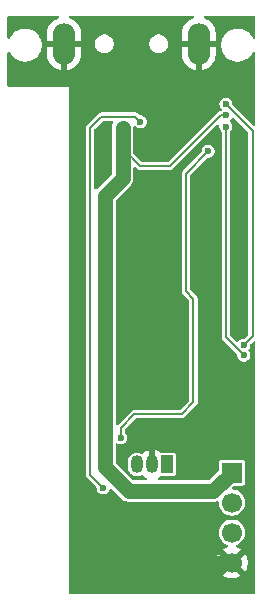
<source format=gbr>
%TF.GenerationSoftware,KiCad,Pcbnew,9.0.7*%
%TF.CreationDate,2026-01-14T01:24:10+01:00*%
%TF.ProjectId,pixel-led,70697865-6c2d-46c6-9564-2e6b69636164,1.2*%
%TF.SameCoordinates,Original*%
%TF.FileFunction,Copper,L2,Bot*%
%TF.FilePolarity,Positive*%
%FSLAX46Y46*%
G04 Gerber Fmt 4.6, Leading zero omitted, Abs format (unit mm)*
G04 Created by KiCad (PCBNEW 9.0.7) date 2026-01-14 01:24:10*
%MOMM*%
%LPD*%
G01*
G04 APERTURE LIST*
%TA.AperFunction,ComponentPad*%
%ADD10R,1.700000X1.700000*%
%TD*%
%TA.AperFunction,ComponentPad*%
%ADD11C,1.700000*%
%TD*%
%TA.AperFunction,ComponentPad*%
%ADD12R,1.050000X1.500000*%
%TD*%
%TA.AperFunction,ComponentPad*%
%ADD13O,1.050000X1.500000*%
%TD*%
%TA.AperFunction,HeatsinkPad*%
%ADD14O,1.900000X3.500000*%
%TD*%
%TA.AperFunction,ViaPad*%
%ADD15C,0.600000*%
%TD*%
%TA.AperFunction,Conductor*%
%ADD16C,0.200000*%
%TD*%
%TA.AperFunction,Conductor*%
%ADD17C,1.300000*%
%TD*%
G04 APERTURE END LIST*
D10*
%TO.P,J1,1,Pin_1*%
%TO.N,VCC_5V*%
X108500000Y-79190000D03*
D11*
%TO.P,J1,2,Pin_2*%
%TO.N,DAT*%
X108500000Y-81730000D03*
%TO.P,J1,3,Pin_3*%
%TO.N,CLK*%
X108500000Y-84270000D03*
%TO.P,J1,4,Pin_4*%
%TO.N,GND*%
X108500000Y-86810000D03*
%TD*%
D12*
%TO.P,U2,1,OUT*%
%TO.N,IR*%
X103020000Y-78500000D03*
D13*
%TO.P,U2,2,GND*%
%TO.N,GND*%
X101750000Y-78500000D03*
%TO.P,U2,3,Vs*%
%TO.N,VCC_3.3V*%
X100480000Y-78500000D03*
%TD*%
D14*
%TO.P,J2,5,Shield*%
%TO.N,GND*%
X94300000Y-42900000D03*
X105700000Y-42900000D03*
%TD*%
D15*
%TO.N,0*%
X106496000Y-52000000D03*
X99100000Y-76250000D03*
%TO.N,GND*%
X100000000Y-43500000D03*
X107250000Y-64500000D03*
X109500000Y-76250000D03*
X109500000Y-62250000D03*
X99250000Y-69500000D03*
X95500000Y-48500000D03*
X90250000Y-45500000D03*
X98000000Y-51000000D03*
X103250000Y-85750000D03*
X102250000Y-59250000D03*
X99250000Y-73250000D03*
X108750000Y-57250000D03*
X97750000Y-53500000D03*
X101750000Y-47750000D03*
X99250000Y-78500000D03*
X109500000Y-46750000D03*
X100500000Y-51500000D03*
X103750000Y-49000000D03*
X104000000Y-55000000D03*
X100000000Y-55500000D03*
X106250000Y-67250000D03*
X92000000Y-45500000D03*
X109500000Y-50500000D03*
X96500000Y-41500000D03*
X106750000Y-59250000D03*
X103500000Y-73000000D03*
X106750000Y-74250000D03*
X105250000Y-83000000D03*
X103500000Y-41500000D03*
X97000000Y-85500000D03*
X103500000Y-65750000D03*
X106750000Y-55250000D03*
X99500000Y-63750000D03*
X107750000Y-70750000D03*
X98101468Y-82105575D03*
X101500000Y-64000000D03*
%TO.N,VCC_5V*%
X108000000Y-48950000D03*
X99250000Y-50000000D03*
X99250000Y-51500000D03*
X99250000Y-50750000D03*
X99250000Y-52250000D03*
X97750000Y-55750000D03*
%TO.N,VCC_3.3V*%
X100750000Y-49500000D03*
X97612500Y-80500000D03*
%TO.N,D+*%
X109500000Y-68400000D03*
X108000000Y-48000000D03*
%TO.N,D-*%
X109500000Y-69250000D03*
X108000000Y-49900000D03*
%TD*%
D16*
%TO.N,0*%
X106496000Y-52000000D02*
X104606943Y-53889057D01*
X104606943Y-53889057D02*
X104606943Y-63856943D01*
X104606943Y-63856943D02*
X105250000Y-64500000D01*
X100250000Y-74250000D02*
X99100000Y-75400000D01*
X104250000Y-74250000D02*
X100250000Y-74250000D01*
X99100000Y-75400000D02*
X99100000Y-76250000D01*
X105250000Y-64500000D02*
X105250000Y-73250000D01*
X105250000Y-73250000D02*
X104250000Y-74250000D01*
%TO.N,GND*%
X101750000Y-79000000D02*
X101750000Y-78500000D01*
D17*
X100000000Y-43500000D02*
X99998976Y-43501024D01*
X99998976Y-43501024D02*
X99151000Y-43501024D01*
X95500000Y-46750000D02*
X95500000Y-48500000D01*
X99151000Y-43501024D02*
X98301024Y-44351000D01*
X100810000Y-86810000D02*
X108500000Y-86810000D01*
X97899000Y-44351000D02*
X95500000Y-46750000D01*
X95500000Y-81500000D02*
X100810000Y-86810000D01*
X95500000Y-48500000D02*
X95500000Y-81500000D01*
X98301024Y-44351000D02*
X97899000Y-44351000D01*
D16*
%TO.N,VCC_5V*%
X99250000Y-50000000D02*
X99250000Y-51750000D01*
D17*
X99250000Y-54250000D02*
X97750000Y-55750000D01*
D16*
X103250000Y-53250000D02*
X107550000Y-48950000D01*
X99250000Y-51750000D02*
X100750000Y-53250000D01*
D17*
X97750000Y-55750000D02*
X97750000Y-78750000D01*
X97750000Y-78750000D02*
X99750000Y-80750000D01*
X106940000Y-80750000D02*
X108500000Y-79190000D01*
D16*
X100750000Y-53250000D02*
X103250000Y-53250000D01*
X107550000Y-48950000D02*
X108000000Y-48950000D01*
D17*
X99750000Y-80750000D02*
X106940000Y-80750000D01*
X99250000Y-50000000D02*
X99250000Y-54250000D01*
D16*
%TO.N,VCC_3.3V*%
X97451000Y-49049000D02*
X96500000Y-50000000D01*
X100299000Y-49049000D02*
X97451000Y-49049000D01*
X96500000Y-79387500D02*
X97612500Y-80500000D01*
X100750000Y-49500000D02*
X100299000Y-49049000D01*
X96500000Y-50000000D02*
X96500000Y-79387500D01*
%TO.N,D+*%
X110250000Y-50250000D02*
X110250000Y-67650000D01*
X110250000Y-67650000D02*
X109500000Y-68400000D01*
X108000000Y-48000000D02*
X110250000Y-50250000D01*
%TO.N,D-*%
X108000000Y-67750000D02*
X108000000Y-49900000D01*
X109500000Y-69250000D02*
X108000000Y-67750000D01*
%TO.N,DAT*%
X108500000Y-81492000D02*
X108500000Y-81730000D01*
%TD*%
%TA.AperFunction,Conductor*%
%TO.N,GND*%
G36*
X93814587Y-40520185D02*
G01*
X93860342Y-40572989D01*
X93870286Y-40642147D01*
X93841261Y-40705703D01*
X93785866Y-40742431D01*
X93743395Y-40756230D01*
X93540033Y-40859849D01*
X93355385Y-40994004D01*
X93194004Y-41155385D01*
X93059849Y-41340033D01*
X92956230Y-41543395D01*
X92885704Y-41760455D01*
X92850000Y-41985883D01*
X92850000Y-42650000D01*
X93850000Y-42650000D01*
X93850000Y-43150000D01*
X92850000Y-43150000D01*
X92850000Y-43814116D01*
X92885704Y-44039544D01*
X92956230Y-44256604D01*
X93059849Y-44459966D01*
X93194004Y-44644614D01*
X93355385Y-44805995D01*
X93540033Y-44940150D01*
X93743395Y-45043769D01*
X93960455Y-45114295D01*
X94050000Y-45128478D01*
X94050000Y-44075277D01*
X94126306Y-44119333D01*
X94240756Y-44150000D01*
X94359244Y-44150000D01*
X94473694Y-44119333D01*
X94550000Y-44075277D01*
X94550000Y-45128477D01*
X94639544Y-45114295D01*
X94856604Y-45043769D01*
X95059966Y-44940150D01*
X95244614Y-44805995D01*
X95405995Y-44644614D01*
X95540150Y-44459966D01*
X95643769Y-44256604D01*
X95714295Y-44039544D01*
X95750000Y-43814116D01*
X95750000Y-43150000D01*
X94750000Y-43150000D01*
X94750000Y-42821153D01*
X96899500Y-42821153D01*
X96899500Y-42978846D01*
X96930261Y-43133489D01*
X96930264Y-43133501D01*
X96990602Y-43279172D01*
X96990609Y-43279185D01*
X97078210Y-43410288D01*
X97078213Y-43410292D01*
X97189707Y-43521786D01*
X97189711Y-43521789D01*
X97320814Y-43609390D01*
X97320827Y-43609397D01*
X97466498Y-43669735D01*
X97466503Y-43669737D01*
X97621153Y-43700499D01*
X97621156Y-43700500D01*
X97621158Y-43700500D01*
X97778844Y-43700500D01*
X97778845Y-43700499D01*
X97933497Y-43669737D01*
X98079179Y-43609394D01*
X98210289Y-43521789D01*
X98321789Y-43410289D01*
X98409394Y-43279179D01*
X98469737Y-43133497D01*
X98500500Y-42978842D01*
X98500500Y-42821158D01*
X98500500Y-42821155D01*
X98500499Y-42821153D01*
X101499500Y-42821153D01*
X101499500Y-42978846D01*
X101530261Y-43133489D01*
X101530264Y-43133501D01*
X101590602Y-43279172D01*
X101590609Y-43279185D01*
X101678210Y-43410288D01*
X101678213Y-43410292D01*
X101789707Y-43521786D01*
X101789711Y-43521789D01*
X101920814Y-43609390D01*
X101920827Y-43609397D01*
X102066498Y-43669735D01*
X102066503Y-43669737D01*
X102221153Y-43700499D01*
X102221156Y-43700500D01*
X102221158Y-43700500D01*
X102378844Y-43700500D01*
X102378845Y-43700499D01*
X102533497Y-43669737D01*
X102679179Y-43609394D01*
X102810289Y-43521789D01*
X102921789Y-43410289D01*
X103009394Y-43279179D01*
X103069737Y-43133497D01*
X103085883Y-43052326D01*
X103100500Y-42978844D01*
X103100500Y-42821155D01*
X103100499Y-42821153D01*
X103072810Y-42681954D01*
X103069737Y-42666503D01*
X103043244Y-42602542D01*
X103009397Y-42520827D01*
X103009390Y-42520814D01*
X102921789Y-42389711D01*
X102921786Y-42389707D01*
X102810292Y-42278213D01*
X102810288Y-42278210D01*
X102679185Y-42190609D01*
X102679172Y-42190602D01*
X102533501Y-42130264D01*
X102533489Y-42130261D01*
X102378845Y-42099500D01*
X102378842Y-42099500D01*
X102221158Y-42099500D01*
X102221155Y-42099500D01*
X102066510Y-42130261D01*
X102066498Y-42130264D01*
X101920827Y-42190602D01*
X101920814Y-42190609D01*
X101789711Y-42278210D01*
X101789707Y-42278213D01*
X101678213Y-42389707D01*
X101678210Y-42389711D01*
X101590609Y-42520814D01*
X101590602Y-42520827D01*
X101530264Y-42666498D01*
X101530261Y-42666510D01*
X101499500Y-42821153D01*
X98500499Y-42821153D01*
X98472810Y-42681954D01*
X98469737Y-42666503D01*
X98443244Y-42602542D01*
X98409397Y-42520827D01*
X98409390Y-42520814D01*
X98321789Y-42389711D01*
X98321786Y-42389707D01*
X98210292Y-42278213D01*
X98210288Y-42278210D01*
X98079185Y-42190609D01*
X98079172Y-42190602D01*
X97933501Y-42130264D01*
X97933489Y-42130261D01*
X97778845Y-42099500D01*
X97778842Y-42099500D01*
X97621158Y-42099500D01*
X97621155Y-42099500D01*
X97466510Y-42130261D01*
X97466498Y-42130264D01*
X97320827Y-42190602D01*
X97320814Y-42190609D01*
X97189711Y-42278210D01*
X97189707Y-42278213D01*
X97078213Y-42389707D01*
X97078210Y-42389711D01*
X96990609Y-42520814D01*
X96990602Y-42520827D01*
X96930264Y-42666498D01*
X96930261Y-42666510D01*
X96899500Y-42821153D01*
X94750000Y-42821153D01*
X94750000Y-42650000D01*
X95750000Y-42650000D01*
X95750000Y-41985883D01*
X95714295Y-41760455D01*
X95643769Y-41543395D01*
X95540150Y-41340033D01*
X95405995Y-41155385D01*
X95244614Y-40994004D01*
X95059966Y-40859849D01*
X94856604Y-40756230D01*
X94814134Y-40742431D01*
X94756458Y-40702994D01*
X94729260Y-40638635D01*
X94741175Y-40569789D01*
X94788419Y-40518313D01*
X94852452Y-40500500D01*
X105147548Y-40500500D01*
X105214587Y-40520185D01*
X105260342Y-40572989D01*
X105270286Y-40642147D01*
X105241261Y-40705703D01*
X105185866Y-40742431D01*
X105143395Y-40756230D01*
X104940033Y-40859849D01*
X104755385Y-40994004D01*
X104594004Y-41155385D01*
X104459849Y-41340033D01*
X104356230Y-41543395D01*
X104285704Y-41760455D01*
X104250000Y-41985883D01*
X104250000Y-42650000D01*
X105250000Y-42650000D01*
X105250000Y-43150000D01*
X104250000Y-43150000D01*
X104250000Y-43814116D01*
X104285704Y-44039544D01*
X104356230Y-44256604D01*
X104459849Y-44459966D01*
X104594004Y-44644614D01*
X104755385Y-44805995D01*
X104940033Y-44940150D01*
X105143395Y-45043769D01*
X105360455Y-45114295D01*
X105450000Y-45128478D01*
X105450000Y-44075277D01*
X105526306Y-44119333D01*
X105640756Y-44150000D01*
X105759244Y-44150000D01*
X105873694Y-44119333D01*
X105950000Y-44075277D01*
X105950000Y-45128477D01*
X106039544Y-45114295D01*
X106256604Y-45043769D01*
X106459966Y-44940150D01*
X106644614Y-44805995D01*
X106805995Y-44644614D01*
X106940150Y-44459966D01*
X107043769Y-44256604D01*
X107114295Y-44039544D01*
X107150000Y-43814116D01*
X107150000Y-43150000D01*
X106150000Y-43150000D01*
X106150000Y-42650000D01*
X107150000Y-42650000D01*
X107150000Y-41985883D01*
X107114295Y-41760455D01*
X107043769Y-41543395D01*
X106940150Y-41340033D01*
X106805995Y-41155385D01*
X106644614Y-40994004D01*
X106459966Y-40859849D01*
X106256604Y-40756230D01*
X106214134Y-40742431D01*
X106156458Y-40702994D01*
X106129260Y-40638635D01*
X106141175Y-40569789D01*
X106188419Y-40518313D01*
X106252452Y-40500500D01*
X110375500Y-40500500D01*
X110442539Y-40520185D01*
X110488294Y-40572989D01*
X110499500Y-40624500D01*
X110499500Y-42338512D01*
X110479815Y-42405551D01*
X110427011Y-42451306D01*
X110357853Y-42461250D01*
X110294297Y-42432225D01*
X110265016Y-42394808D01*
X110199001Y-42265249D01*
X110069305Y-42086737D01*
X110069301Y-42086732D01*
X109913267Y-41930698D01*
X109913262Y-41930694D01*
X109734752Y-41801000D01*
X109734751Y-41800999D01*
X109734749Y-41800998D01*
X109614858Y-41739910D01*
X109538135Y-41700817D01*
X109328277Y-41632631D01*
X109110336Y-41598112D01*
X109110331Y-41598112D01*
X108889669Y-41598112D01*
X108889664Y-41598112D01*
X108671722Y-41632631D01*
X108461864Y-41700817D01*
X108265247Y-41801000D01*
X108086737Y-41930694D01*
X108086732Y-41930698D01*
X107930698Y-42086732D01*
X107930694Y-42086737D01*
X107801000Y-42265247D01*
X107700817Y-42461864D01*
X107632631Y-42671722D01*
X107598112Y-42889663D01*
X107598112Y-43110336D01*
X107632631Y-43328277D01*
X107700817Y-43538135D01*
X107739908Y-43614854D01*
X107767871Y-43669735D01*
X107801000Y-43734752D01*
X107930694Y-43913262D01*
X107930698Y-43913267D01*
X108086732Y-44069301D01*
X108086737Y-44069305D01*
X108197805Y-44150000D01*
X108265251Y-44199002D01*
X108378301Y-44256604D01*
X108461864Y-44299182D01*
X108566793Y-44333275D01*
X108671724Y-44367369D01*
X108772664Y-44383356D01*
X108889664Y-44401888D01*
X108889669Y-44401888D01*
X109110336Y-44401888D01*
X109215991Y-44385153D01*
X109328276Y-44367369D01*
X109538138Y-44299181D01*
X109734749Y-44199002D01*
X109913269Y-44069300D01*
X110069300Y-43913269D01*
X110199002Y-43734749D01*
X110265015Y-43605191D01*
X110312990Y-43554396D01*
X110380811Y-43537601D01*
X110446946Y-43560139D01*
X110490397Y-43614854D01*
X110499500Y-43661487D01*
X110499500Y-49704456D01*
X110479815Y-49771495D01*
X110427011Y-49817250D01*
X110357853Y-49827194D01*
X110294297Y-49798169D01*
X110287819Y-49792137D01*
X108586819Y-48091137D01*
X108553334Y-48029814D01*
X108550500Y-48003456D01*
X108550500Y-47927527D01*
X108550500Y-47927525D01*
X108512984Y-47787515D01*
X108440509Y-47661985D01*
X108338015Y-47559491D01*
X108338013Y-47559490D01*
X108338011Y-47559488D01*
X108212488Y-47487017D01*
X108212489Y-47487017D01*
X108201006Y-47483940D01*
X108072475Y-47449500D01*
X107927525Y-47449500D01*
X107798993Y-47483940D01*
X107787511Y-47487017D01*
X107661988Y-47559488D01*
X107661982Y-47559493D01*
X107559493Y-47661982D01*
X107559488Y-47661988D01*
X107487017Y-47787511D01*
X107487016Y-47787515D01*
X107449500Y-47927525D01*
X107449500Y-48072475D01*
X107454501Y-48091137D01*
X107487017Y-48212488D01*
X107559488Y-48338011D01*
X107559493Y-48338017D01*
X107608795Y-48387319D01*
X107613133Y-48395264D01*
X107620381Y-48400690D01*
X107629615Y-48425449D01*
X107642280Y-48448642D01*
X107641634Y-48457671D01*
X107644798Y-48466154D01*
X107639181Y-48491974D01*
X107637296Y-48518334D01*
X107631477Y-48527387D01*
X107629946Y-48534427D01*
X107608795Y-48562681D01*
X107608295Y-48563181D01*
X107546972Y-48596666D01*
X107520614Y-48599500D01*
X107503856Y-48599500D01*
X107414712Y-48623386D01*
X107414711Y-48623386D01*
X107414709Y-48623387D01*
X107414706Y-48623388D01*
X107334794Y-48669526D01*
X107334785Y-48669533D01*
X103141137Y-52863181D01*
X103079814Y-52896666D01*
X103053456Y-52899500D01*
X100946543Y-52899500D01*
X100879504Y-52879815D01*
X100858862Y-52863181D01*
X100186819Y-52191137D01*
X100153334Y-52129814D01*
X100150500Y-52103456D01*
X100150500Y-49978386D01*
X100170185Y-49911347D01*
X100222989Y-49865592D01*
X100292147Y-49855648D01*
X100355703Y-49884673D01*
X100362181Y-49890705D01*
X100411985Y-49940509D01*
X100411986Y-49940510D01*
X100411988Y-49940511D01*
X100537511Y-50012982D01*
X100537512Y-50012982D01*
X100537515Y-50012984D01*
X100677525Y-50050500D01*
X100677528Y-50050500D01*
X100822472Y-50050500D01*
X100822475Y-50050500D01*
X100962485Y-50012984D01*
X101088015Y-49940509D01*
X101190509Y-49838015D01*
X101262984Y-49712485D01*
X101300500Y-49572475D01*
X101300500Y-49427525D01*
X101262984Y-49287515D01*
X101208504Y-49193154D01*
X101190511Y-49161988D01*
X101190506Y-49161982D01*
X101088017Y-49059493D01*
X101088011Y-49059488D01*
X100962488Y-48987017D01*
X100962489Y-48987017D01*
X100951006Y-48983940D01*
X100822475Y-48949500D01*
X100822472Y-48949500D01*
X100746544Y-48949500D01*
X100679505Y-48929815D01*
X100658863Y-48913181D01*
X100514213Y-48768531D01*
X100514208Y-48768527D01*
X100434290Y-48722387D01*
X100434289Y-48722386D01*
X100434288Y-48722386D01*
X100345144Y-48698500D01*
X97404856Y-48698500D01*
X97315712Y-48722386D01*
X97315709Y-48722387D01*
X97235791Y-48768527D01*
X97235786Y-48768531D01*
X96219531Y-49784786D01*
X96219527Y-49784791D01*
X96181592Y-49850498D01*
X96181592Y-49850499D01*
X96173386Y-49864710D01*
X96149500Y-49953856D01*
X96149500Y-79433646D01*
X96159428Y-79470695D01*
X96159429Y-79470699D01*
X96173384Y-79522785D01*
X96173385Y-79522786D01*
X96219527Y-79602708D01*
X96219531Y-79602713D01*
X97025681Y-80408863D01*
X97059166Y-80470186D01*
X97062000Y-80496544D01*
X97062000Y-80572475D01*
X97099516Y-80712485D01*
X97099517Y-80712488D01*
X97171988Y-80838011D01*
X97171990Y-80838013D01*
X97171991Y-80838015D01*
X97274485Y-80940509D01*
X97274486Y-80940510D01*
X97274488Y-80940511D01*
X97400011Y-81012982D01*
X97400012Y-81012982D01*
X97400015Y-81012984D01*
X97540025Y-81050500D01*
X97540028Y-81050500D01*
X97684972Y-81050500D01*
X97684975Y-81050500D01*
X97824985Y-81012984D01*
X97950515Y-80940509D01*
X98053009Y-80838015D01*
X98125484Y-80712485D01*
X98136147Y-80672688D01*
X98172510Y-80613030D01*
X98235356Y-80582500D01*
X98304732Y-80590794D01*
X98343602Y-80617102D01*
X99175966Y-81449466D01*
X99210140Y-81472299D01*
X99235040Y-81488936D01*
X99323453Y-81548013D01*
X99405393Y-81581953D01*
X99411480Y-81584474D01*
X99411485Y-81584477D01*
X99443920Y-81597912D01*
X99487334Y-81615895D01*
X99625558Y-81643389D01*
X99661303Y-81650499D01*
X99661307Y-81650500D01*
X99661308Y-81650500D01*
X107028693Y-81650500D01*
X107028694Y-81650499D01*
X107202666Y-81615895D01*
X107228046Y-81605381D01*
X107297513Y-81597912D01*
X107359993Y-81629185D01*
X107395647Y-81689272D01*
X107399500Y-81719942D01*
X107399500Y-81816611D01*
X107426598Y-81987701D01*
X107480127Y-82152445D01*
X107558768Y-82306788D01*
X107660586Y-82446928D01*
X107783072Y-82569414D01*
X107923212Y-82671232D01*
X108077555Y-82749873D01*
X108242299Y-82803402D01*
X108413389Y-82830500D01*
X108413390Y-82830500D01*
X108586610Y-82830500D01*
X108586611Y-82830500D01*
X108757701Y-82803402D01*
X108922445Y-82749873D01*
X109076788Y-82671232D01*
X109216928Y-82569414D01*
X109339414Y-82446928D01*
X109441232Y-82306788D01*
X109519873Y-82152445D01*
X109573402Y-81987701D01*
X109600500Y-81816611D01*
X109600500Y-81643389D01*
X109573402Y-81472299D01*
X109519873Y-81307555D01*
X109441232Y-81153212D01*
X109339414Y-81013072D01*
X109216928Y-80890586D01*
X109076788Y-80788768D01*
X108922445Y-80710127D01*
X108757701Y-80656598D01*
X108757699Y-80656597D01*
X108757698Y-80656597D01*
X108608905Y-80633031D01*
X108597529Y-80627638D01*
X108584969Y-80626740D01*
X108566554Y-80612954D01*
X108545770Y-80603102D01*
X108539114Y-80592413D01*
X108529035Y-80584868D01*
X108520996Y-80563315D01*
X108508839Y-80543790D01*
X108509018Y-80531200D01*
X108504619Y-80519403D01*
X108509508Y-80496927D01*
X108509837Y-80473928D01*
X108517149Y-80461800D01*
X108519471Y-80451131D01*
X108540617Y-80422882D01*
X108636682Y-80326816D01*
X108698005Y-80293334D01*
X108724362Y-80290500D01*
X109374676Y-80290500D01*
X109374677Y-80290499D01*
X109447740Y-80275966D01*
X109530601Y-80220601D01*
X109585966Y-80137740D01*
X109600500Y-80064674D01*
X109600500Y-78315326D01*
X109600500Y-78315323D01*
X109600499Y-78315321D01*
X109585967Y-78242264D01*
X109585966Y-78242260D01*
X109556807Y-78198620D01*
X109530601Y-78159399D01*
X109447740Y-78104034D01*
X109447739Y-78104033D01*
X109447735Y-78104032D01*
X109374677Y-78089500D01*
X109374674Y-78089500D01*
X107625326Y-78089500D01*
X107625323Y-78089500D01*
X107552264Y-78104032D01*
X107552260Y-78104033D01*
X107469399Y-78159399D01*
X107414033Y-78242260D01*
X107414032Y-78242264D01*
X107399500Y-78315321D01*
X107399500Y-78965638D01*
X107379815Y-79032677D01*
X107363181Y-79053319D01*
X106603319Y-79813181D01*
X106541996Y-79846666D01*
X106515638Y-79849500D01*
X102320794Y-79849500D01*
X102288305Y-79839960D01*
X102255628Y-79830996D01*
X102254858Y-79830138D01*
X102253755Y-79829815D01*
X102231597Y-79804243D01*
X102208937Y-79779017D01*
X102208752Y-79777879D01*
X102208000Y-79777011D01*
X102203179Y-79743488D01*
X102197761Y-79710047D01*
X102198219Y-79708992D01*
X102198056Y-79707853D01*
X102212129Y-79677035D01*
X102225646Y-79645983D01*
X102226773Y-79644970D01*
X102227081Y-79644297D01*
X102251903Y-79622398D01*
X102403059Y-79521398D01*
X102469736Y-79500520D01*
X102471950Y-79500500D01*
X103569676Y-79500500D01*
X103569677Y-79500499D01*
X103642740Y-79485966D01*
X103725601Y-79430601D01*
X103780966Y-79347740D01*
X103795500Y-79274674D01*
X103795500Y-77725326D01*
X103795500Y-77725323D01*
X103795499Y-77725321D01*
X103780967Y-77652264D01*
X103780966Y-77652260D01*
X103746390Y-77600513D01*
X103725601Y-77569399D01*
X103642740Y-77514034D01*
X103642739Y-77514033D01*
X103642735Y-77514032D01*
X103569677Y-77499500D01*
X103569674Y-77499500D01*
X102471950Y-77499500D01*
X102404911Y-77479815D01*
X102403059Y-77478602D01*
X102235526Y-77366659D01*
X102235513Y-77366652D01*
X102048984Y-77289390D01*
X102048977Y-77289388D01*
X102000000Y-77279645D01*
X102000000Y-78219670D01*
X101980255Y-78199925D01*
X101894745Y-78150556D01*
X101799370Y-78125000D01*
X101700630Y-78125000D01*
X101605255Y-78150556D01*
X101519745Y-78199925D01*
X101500000Y-78219670D01*
X101500000Y-77279646D01*
X101499999Y-77279645D01*
X101451022Y-77289388D01*
X101451015Y-77289390D01*
X101264486Y-77366652D01*
X101264473Y-77366659D01*
X101096600Y-77478829D01*
X101096596Y-77478832D01*
X101003417Y-77572012D01*
X100942094Y-77605497D01*
X100872402Y-77600513D01*
X100852787Y-77590473D01*
X100852704Y-77590630D01*
X100847335Y-77587760D01*
X100706205Y-77529302D01*
X100706197Y-77529300D01*
X100556384Y-77499500D01*
X100556380Y-77499500D01*
X100403620Y-77499500D01*
X100403615Y-77499500D01*
X100253802Y-77529300D01*
X100253794Y-77529302D01*
X100112665Y-77587759D01*
X100112656Y-77587764D01*
X99985648Y-77672629D01*
X99985644Y-77672632D01*
X99877632Y-77780644D01*
X99877629Y-77780648D01*
X99792764Y-77907656D01*
X99792759Y-77907665D01*
X99734302Y-78048794D01*
X99734300Y-78048802D01*
X99704500Y-78198615D01*
X99704500Y-78801384D01*
X99734300Y-78951197D01*
X99734302Y-78951205D01*
X99792759Y-79092334D01*
X99792764Y-79092343D01*
X99877629Y-79219351D01*
X99877632Y-79219355D01*
X99985644Y-79327367D01*
X99985648Y-79327370D01*
X100112656Y-79412235D01*
X100112662Y-79412238D01*
X100112663Y-79412239D01*
X100253795Y-79470698D01*
X100403615Y-79500499D01*
X100403619Y-79500500D01*
X100403620Y-79500500D01*
X100556381Y-79500500D01*
X100556382Y-79500499D01*
X100706205Y-79470698D01*
X100847337Y-79412239D01*
X100847344Y-79412233D01*
X100852710Y-79409367D01*
X100853336Y-79410538D01*
X100913502Y-79391689D01*
X100980886Y-79410163D01*
X101003417Y-79427988D01*
X101096596Y-79521167D01*
X101096600Y-79521170D01*
X101248097Y-79622398D01*
X101292902Y-79676010D01*
X101301609Y-79745335D01*
X101271454Y-79808363D01*
X101212011Y-79845082D01*
X101179206Y-79849500D01*
X100174362Y-79849500D01*
X100107323Y-79829815D01*
X100086681Y-79813181D01*
X98686819Y-78413319D01*
X98653334Y-78351996D01*
X98650500Y-78325638D01*
X98650500Y-76840917D01*
X98670185Y-76773878D01*
X98722989Y-76728123D01*
X98792147Y-76718179D01*
X98836499Y-76733530D01*
X98887515Y-76762984D01*
X99027525Y-76800500D01*
X99027528Y-76800500D01*
X99172472Y-76800500D01*
X99172475Y-76800500D01*
X99312485Y-76762984D01*
X99438015Y-76690509D01*
X99540509Y-76588015D01*
X99612984Y-76462485D01*
X99650500Y-76322475D01*
X99650500Y-76177525D01*
X99612984Y-76037515D01*
X99540509Y-75911985D01*
X99486819Y-75858295D01*
X99472115Y-75831367D01*
X99455523Y-75805549D01*
X99454631Y-75799348D01*
X99453334Y-75796972D01*
X99450500Y-75770614D01*
X99450500Y-75596544D01*
X99470185Y-75529505D01*
X99486819Y-75508863D01*
X100358863Y-74636819D01*
X100420186Y-74603334D01*
X100446544Y-74600500D01*
X104296142Y-74600500D01*
X104296144Y-74600500D01*
X104385288Y-74576614D01*
X104465212Y-74530470D01*
X105530470Y-73465212D01*
X105576614Y-73385288D01*
X105600500Y-73296143D01*
X105600500Y-73203856D01*
X105600500Y-64453856D01*
X105576614Y-64364712D01*
X105530470Y-64284788D01*
X104993762Y-63748080D01*
X104960277Y-63686757D01*
X104957443Y-63660399D01*
X104957443Y-54085601D01*
X104977128Y-54018562D01*
X104993762Y-53997920D01*
X106404863Y-52586819D01*
X106466186Y-52553334D01*
X106492544Y-52550500D01*
X106568472Y-52550500D01*
X106568475Y-52550500D01*
X106708485Y-52512984D01*
X106834015Y-52440509D01*
X106936509Y-52338015D01*
X107008984Y-52212485D01*
X107046500Y-52072475D01*
X107046500Y-51927525D01*
X107008984Y-51787515D01*
X106936509Y-51661985D01*
X106834015Y-51559491D01*
X106834013Y-51559490D01*
X106834011Y-51559488D01*
X106708488Y-51487017D01*
X106708489Y-51487017D01*
X106697006Y-51483940D01*
X106568475Y-51449500D01*
X106423525Y-51449500D01*
X106294993Y-51483940D01*
X106283511Y-51487017D01*
X106157988Y-51559488D01*
X106157982Y-51559493D01*
X106055493Y-51661982D01*
X106055488Y-51661988D01*
X105983017Y-51787511D01*
X105983016Y-51787515D01*
X105945500Y-51927525D01*
X105945500Y-51927527D01*
X105945500Y-52003456D01*
X105925815Y-52070495D01*
X105909181Y-52091137D01*
X104326474Y-53673843D01*
X104326470Y-53673848D01*
X104280330Y-53753766D01*
X104280329Y-53753769D01*
X104256443Y-53842913D01*
X104256443Y-63903086D01*
X104280329Y-63992230D01*
X104280330Y-63992233D01*
X104326470Y-64072151D01*
X104326474Y-64072156D01*
X104863181Y-64608863D01*
X104896666Y-64670186D01*
X104899500Y-64696544D01*
X104899500Y-73053456D01*
X104879815Y-73120495D01*
X104863181Y-73141137D01*
X104141137Y-73863181D01*
X104079814Y-73896666D01*
X104053456Y-73899500D01*
X100203856Y-73899500D01*
X100114712Y-73923386D01*
X100114709Y-73923387D01*
X100034791Y-73969527D01*
X100034786Y-73969531D01*
X98862181Y-75142137D01*
X98800858Y-75175622D01*
X98731166Y-75170638D01*
X98675233Y-75128766D01*
X98650816Y-75063302D01*
X98650500Y-75054456D01*
X98650500Y-56174361D01*
X98670185Y-56107322D01*
X98686819Y-56086680D01*
X99949463Y-54824036D01*
X99949465Y-54824033D01*
X100048009Y-54676553D01*
X100048009Y-54676552D01*
X100048013Y-54676547D01*
X100115894Y-54512666D01*
X100150500Y-54338691D01*
X100150500Y-53445543D01*
X100170185Y-53378504D01*
X100222989Y-53332749D01*
X100292147Y-53322805D01*
X100355703Y-53351830D01*
X100362181Y-53357862D01*
X100469531Y-53465212D01*
X100534788Y-53530469D01*
X100534791Y-53530470D01*
X100534794Y-53530473D01*
X100614706Y-53576611D01*
X100614707Y-53576611D01*
X100614712Y-53576614D01*
X100703856Y-53600500D01*
X100703858Y-53600500D01*
X103296142Y-53600500D01*
X103296144Y-53600500D01*
X103385288Y-53576614D01*
X103465212Y-53530470D01*
X107237819Y-49757860D01*
X107299142Y-49724376D01*
X107368834Y-49729360D01*
X107424767Y-49771232D01*
X107449184Y-49836696D01*
X107449500Y-49845542D01*
X107449500Y-49972475D01*
X107487016Y-50112485D01*
X107487017Y-50112488D01*
X107559488Y-50238011D01*
X107559493Y-50238017D01*
X107613181Y-50291705D01*
X107646666Y-50353028D01*
X107649500Y-50379386D01*
X107649500Y-67796144D01*
X107663797Y-67849500D01*
X107663797Y-67849501D01*
X107673385Y-67885286D01*
X107719527Y-67965208D01*
X107719531Y-67965213D01*
X108913181Y-69158862D01*
X108946666Y-69220185D01*
X108949500Y-69246543D01*
X108949500Y-69322475D01*
X108987016Y-69462485D01*
X108987017Y-69462488D01*
X109059488Y-69588011D01*
X109059490Y-69588013D01*
X109059491Y-69588015D01*
X109161985Y-69690509D01*
X109161986Y-69690510D01*
X109161988Y-69690511D01*
X109287511Y-69762982D01*
X109287512Y-69762982D01*
X109287515Y-69762984D01*
X109427525Y-69800500D01*
X109427528Y-69800500D01*
X109572472Y-69800500D01*
X109572475Y-69800500D01*
X109712485Y-69762984D01*
X109838015Y-69690509D01*
X109940509Y-69588015D01*
X110012984Y-69462485D01*
X110050500Y-69322475D01*
X110050500Y-69177525D01*
X110012984Y-69037515D01*
X109940509Y-68911985D01*
X109940507Y-68911983D01*
X109935562Y-68905539D01*
X109936790Y-68904596D01*
X109907720Y-68851358D01*
X109912704Y-68781666D01*
X109936267Y-68745002D01*
X109935562Y-68744461D01*
X109940504Y-68738019D01*
X109940509Y-68738015D01*
X110012984Y-68612485D01*
X110050500Y-68472475D01*
X110050500Y-68396544D01*
X110070185Y-68329505D01*
X110086819Y-68308863D01*
X110287819Y-68107863D01*
X110349142Y-68074378D01*
X110418834Y-68079362D01*
X110474767Y-68121234D01*
X110499184Y-68186698D01*
X110499500Y-68195544D01*
X110499500Y-89375500D01*
X110479815Y-89442539D01*
X110427011Y-89488294D01*
X110375500Y-89499500D01*
X94824000Y-89499500D01*
X94756961Y-89479815D01*
X94711206Y-89427011D01*
X94700000Y-89375500D01*
X94700000Y-86703753D01*
X107150000Y-86703753D01*
X107150000Y-86916246D01*
X107183242Y-87126127D01*
X107183242Y-87126130D01*
X107248904Y-87328217D01*
X107345375Y-87517550D01*
X107384728Y-87571716D01*
X108017037Y-86939408D01*
X108034075Y-87002993D01*
X108099901Y-87117007D01*
X108192993Y-87210099D01*
X108307007Y-87275925D01*
X108370590Y-87292962D01*
X107738282Y-87925269D01*
X107738282Y-87925270D01*
X107792449Y-87964624D01*
X107981782Y-88061095D01*
X108183870Y-88126757D01*
X108393754Y-88160000D01*
X108606246Y-88160000D01*
X108816127Y-88126757D01*
X108816130Y-88126757D01*
X109018217Y-88061095D01*
X109207554Y-87964622D01*
X109261716Y-87925270D01*
X109261717Y-87925270D01*
X108629408Y-87292962D01*
X108692993Y-87275925D01*
X108807007Y-87210099D01*
X108900099Y-87117007D01*
X108965925Y-87002993D01*
X108982962Y-86939408D01*
X109615270Y-87571717D01*
X109615270Y-87571716D01*
X109654622Y-87517554D01*
X109751095Y-87328217D01*
X109816757Y-87126130D01*
X109816757Y-87126127D01*
X109850000Y-86916246D01*
X109850000Y-86703753D01*
X109816757Y-86493872D01*
X109816757Y-86493869D01*
X109751095Y-86291782D01*
X109654624Y-86102449D01*
X109615270Y-86048282D01*
X109615269Y-86048282D01*
X108982962Y-86680590D01*
X108965925Y-86617007D01*
X108900099Y-86502993D01*
X108807007Y-86409901D01*
X108692993Y-86344075D01*
X108629409Y-86327037D01*
X109261716Y-85694728D01*
X109207550Y-85655375D01*
X109018217Y-85558904D01*
X108919287Y-85526760D01*
X108861611Y-85487323D01*
X108834413Y-85422964D01*
X108846328Y-85354118D01*
X108893572Y-85302642D01*
X108919290Y-85290897D01*
X108922445Y-85289873D01*
X109076788Y-85211232D01*
X109216928Y-85109414D01*
X109339414Y-84986928D01*
X109441232Y-84846788D01*
X109519873Y-84692445D01*
X109573402Y-84527701D01*
X109600500Y-84356611D01*
X109600500Y-84183389D01*
X109573402Y-84012299D01*
X109519873Y-83847555D01*
X109441232Y-83693212D01*
X109339414Y-83553072D01*
X109216928Y-83430586D01*
X109076788Y-83328768D01*
X108922445Y-83250127D01*
X108757701Y-83196598D01*
X108757699Y-83196597D01*
X108757698Y-83196597D01*
X108626271Y-83175781D01*
X108586611Y-83169500D01*
X108413389Y-83169500D01*
X108373728Y-83175781D01*
X108242302Y-83196597D01*
X108077552Y-83250128D01*
X107923211Y-83328768D01*
X107843256Y-83386859D01*
X107783072Y-83430586D01*
X107783070Y-83430588D01*
X107783069Y-83430588D01*
X107660588Y-83553069D01*
X107660588Y-83553070D01*
X107660586Y-83553072D01*
X107616859Y-83613256D01*
X107558768Y-83693211D01*
X107480128Y-83847552D01*
X107426597Y-84012302D01*
X107399500Y-84183389D01*
X107399500Y-84356611D01*
X107426598Y-84527701D01*
X107480127Y-84692445D01*
X107558768Y-84846788D01*
X107660586Y-84986928D01*
X107783072Y-85109414D01*
X107923212Y-85211232D01*
X108077555Y-85289873D01*
X108080708Y-85290897D01*
X108081752Y-85291611D01*
X108082048Y-85291734D01*
X108082022Y-85291795D01*
X108138383Y-85330330D01*
X108165585Y-85394688D01*
X108153674Y-85463535D01*
X108106433Y-85515013D01*
X108080712Y-85526760D01*
X107981783Y-85558904D01*
X107792439Y-85655380D01*
X107738282Y-85694727D01*
X107738282Y-85694728D01*
X108370591Y-86327037D01*
X108307007Y-86344075D01*
X108192993Y-86409901D01*
X108099901Y-86502993D01*
X108034075Y-86617007D01*
X108017037Y-86680591D01*
X107384728Y-86048282D01*
X107384727Y-86048282D01*
X107345380Y-86102439D01*
X107248904Y-86291782D01*
X107183242Y-86493869D01*
X107183242Y-86493872D01*
X107150000Y-86703753D01*
X94700000Y-86703753D01*
X94700000Y-46550000D01*
X89624500Y-46550000D01*
X89557461Y-46530315D01*
X89511706Y-46477511D01*
X89500500Y-46426000D01*
X89500500Y-43661487D01*
X89520185Y-43594448D01*
X89572989Y-43548693D01*
X89642147Y-43538749D01*
X89705703Y-43567774D01*
X89734984Y-43605191D01*
X89783547Y-43700500D01*
X89801000Y-43734752D01*
X89930694Y-43913262D01*
X89930698Y-43913267D01*
X90086732Y-44069301D01*
X90086737Y-44069305D01*
X90197805Y-44150000D01*
X90265251Y-44199002D01*
X90378301Y-44256604D01*
X90461864Y-44299182D01*
X90566793Y-44333275D01*
X90671724Y-44367369D01*
X90772664Y-44383356D01*
X90889664Y-44401888D01*
X90889669Y-44401888D01*
X91110336Y-44401888D01*
X91215991Y-44385153D01*
X91328276Y-44367369D01*
X91538138Y-44299181D01*
X91734749Y-44199002D01*
X91913269Y-44069300D01*
X92069300Y-43913269D01*
X92199002Y-43734749D01*
X92299181Y-43538138D01*
X92299356Y-43537601D01*
X92304494Y-43521786D01*
X92367369Y-43328276D01*
X92395065Y-43153413D01*
X92401888Y-43110336D01*
X92401888Y-42889663D01*
X92393145Y-42834464D01*
X92368989Y-42681954D01*
X92367369Y-42671724D01*
X92318336Y-42520814D01*
X92299182Y-42461864D01*
X92293802Y-42451306D01*
X92199002Y-42265251D01*
X92144772Y-42190609D01*
X92069305Y-42086737D01*
X92069301Y-42086732D01*
X91913267Y-41930698D01*
X91913262Y-41930694D01*
X91734752Y-41801000D01*
X91734751Y-41800999D01*
X91734749Y-41800998D01*
X91614858Y-41739910D01*
X91538135Y-41700817D01*
X91328277Y-41632631D01*
X91110336Y-41598112D01*
X91110331Y-41598112D01*
X90889669Y-41598112D01*
X90889664Y-41598112D01*
X90671722Y-41632631D01*
X90461864Y-41700817D01*
X90265247Y-41801000D01*
X90086737Y-41930694D01*
X90086732Y-41930698D01*
X89930698Y-42086732D01*
X89930694Y-42086737D01*
X89800998Y-42265249D01*
X89734984Y-42394808D01*
X89687010Y-42445603D01*
X89619189Y-42462398D01*
X89553054Y-42439860D01*
X89509603Y-42385145D01*
X89500500Y-42338512D01*
X89500500Y-40624500D01*
X89520185Y-40557461D01*
X89572989Y-40511706D01*
X89624500Y-40500500D01*
X93747548Y-40500500D01*
X93814587Y-40520185D01*
G37*
%TD.AperFunction*%
%TA.AperFunction,Conductor*%
G36*
X108614363Y-49146162D02*
G01*
X108621564Y-49145608D01*
X108646370Y-49158976D01*
X108672525Y-49169447D01*
X108682919Y-49178672D01*
X108683070Y-49178754D01*
X108683126Y-49178856D01*
X108683554Y-49179236D01*
X109863181Y-50358863D01*
X109896666Y-50420186D01*
X109899500Y-50446544D01*
X109899500Y-67453456D01*
X109879815Y-67520495D01*
X109863181Y-67541137D01*
X109591137Y-67813181D01*
X109529814Y-67846666D01*
X109503456Y-67849500D01*
X109427525Y-67849500D01*
X109298993Y-67883940D01*
X109287511Y-67887017D01*
X109161988Y-67959488D01*
X109161982Y-67959493D01*
X109059493Y-68061982D01*
X109059489Y-68061988D01*
X109048114Y-68081689D01*
X108997545Y-68129903D01*
X108928938Y-68143123D01*
X108864074Y-68117153D01*
X108853048Y-68107366D01*
X108386819Y-67641137D01*
X108353334Y-67579814D01*
X108350500Y-67553456D01*
X108350500Y-50379386D01*
X108370185Y-50312347D01*
X108386819Y-50291705D01*
X108440509Y-50238015D01*
X108512984Y-50112485D01*
X108550500Y-49972475D01*
X108550500Y-49827525D01*
X108512984Y-49687515D01*
X108446565Y-49572475D01*
X108440511Y-49561988D01*
X108440506Y-49561982D01*
X108391205Y-49512681D01*
X108357720Y-49451358D01*
X108362704Y-49381666D01*
X108379211Y-49351237D01*
X108384688Y-49343835D01*
X108440509Y-49288015D01*
X108492009Y-49198814D01*
X108496198Y-49193154D01*
X108518661Y-49176144D01*
X108539053Y-49156701D01*
X108546144Y-49155334D01*
X108551900Y-49150976D01*
X108579990Y-49148811D01*
X108607660Y-49143479D01*
X108614363Y-49146162D01*
G37*
%TD.AperFunction*%
%TA.AperFunction,Conductor*%
G36*
X98405500Y-49419185D02*
G01*
X98451255Y-49471989D01*
X98461199Y-49541147D01*
X98453023Y-49570952D01*
X98451987Y-49573452D01*
X98451987Y-49573453D01*
X98384106Y-49737334D01*
X98384105Y-49737338D01*
X98384104Y-49737341D01*
X98384103Y-49737341D01*
X98349500Y-49911304D01*
X98349500Y-53825637D01*
X98329815Y-53892676D01*
X98313181Y-53913318D01*
X97062181Y-55164318D01*
X97000858Y-55197803D01*
X96931166Y-55192819D01*
X96875233Y-55150947D01*
X96850816Y-55085483D01*
X96850500Y-55076637D01*
X96850500Y-50196544D01*
X96870185Y-50129505D01*
X96886819Y-50108863D01*
X97559863Y-49435819D01*
X97621186Y-49402334D01*
X97647544Y-49399500D01*
X98338461Y-49399500D01*
X98405500Y-49419185D01*
G37*
%TD.AperFunction*%
%TD*%
M02*

</source>
